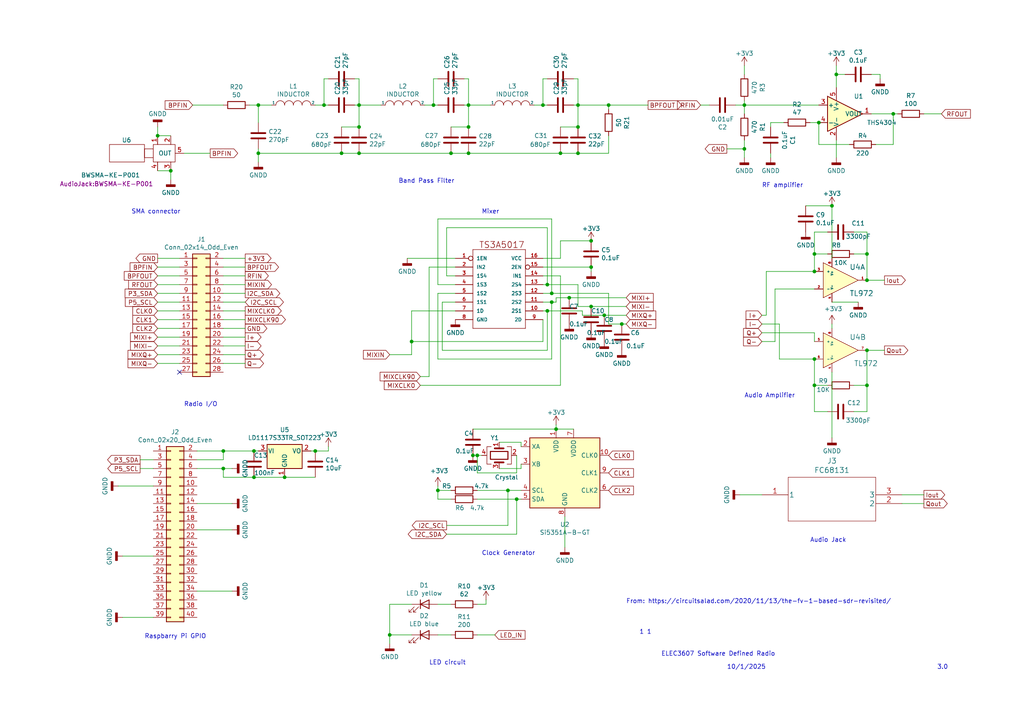
<source format=kicad_sch>
(kicad_sch (version 20211123) (generator eeschema)
  (paper "A4")
  (lib_symbols
    (symbol "Connector_Generic:Conn_02x14_Odd_Even" (pin_names (offset 1.016) hide)
      (property "Reference" "J" (at 1.27 17.78 0))
      (property "Value" "Conn_02x14_Odd_Even" (at 1.27 -20.32 0))
      (symbol "Conn_02x14_Odd_Even_1_1"
        (pin passive line (at -5.08 15.24 0) (length 3.81) (name "Pin_1") (number "1"))
        (pin passive line (at 7.62 5.08 180) (length 3.81) (name "Pin_10") (number "10"))
        (pin passive line (at -5.08 2.54 0) (length 3.81) (name "Pin_11") (number "11"))
        (pin passive line (at 7.62 2.54 180) (length 3.81) (name "Pin_12") (number "12"))
        (pin passive line (at -5.08 0 0) (length 3.81) (name "Pin_13") (number "13"))
        (pin passive line (at 7.62 0 180) (length 3.81) (name "Pin_14") (number "14"))
        (pin passive line (at -5.08 -2.54 0) (length 3.81) (name "Pin_15") (number "15"))
        (pin passive line (at 7.62 -2.54 180) (length 3.81) (name "Pin_16") (number "16"))
        (pin passive line (at -5.08 -5.08 0) (length 3.81) (name "Pin_17") (number "17"))
        (pin passive line (at 7.62 -5.08 180) (length 3.81) (name "Pin_18") (number "18"))
        (pin passive line (at -5.08 -7.62 0) (length 3.81) (name "Pin_19") (number "19"))
        (pin passive line (at 7.62 15.24 180) (length 3.81) (name "Pin_2") (number "2"))
        (pin passive line (at 7.62 -7.62 180) (length 3.81) (name "Pin_20") (number "20"))
        (pin passive line (at -5.08 -10.16 0) (length 3.81) (name "Pin_21") (number "21"))
        (pin passive line (at 7.62 -10.16 180) (length 3.81) (name "Pin_22") (number "22"))
        (pin passive line (at -5.08 -12.7 0) (length 3.81) (name "Pin_23") (number "23"))
        (pin passive line (at 7.62 -12.7 180) (length 3.81) (name "Pin_24") (number "24"))
        (pin passive line (at -5.08 -15.24 0) (length 3.81) (name "Pin_25") (number "25"))
        (pin passive line (at 7.62 -15.24 180) (length 3.81) (name "Pin_26") (number "26"))
        (pin passive line (at -5.08 -17.78 0) (length 3.81) (name "Pin_27") (number "27"))
        (pin passive line (at 7.62 -17.78 180) (length 3.81) (name "Pin_28") (number "28"))
        (pin passive line (at -5.08 12.7 0) (length 3.81) (name "Pin_3") (number "3"))
        (pin passive line (at 7.62 12.7 180) (length 3.81) (name "Pin_4") (number "4"))
        (pin passive line (at -5.08 10.16 0) (length 3.81) (name "Pin_5") (number "5"))
        (pin passive line (at 7.62 10.16 180) (length 3.81) (name "Pin_6") (number "6"))
        (pin passive line (at -5.08 7.62 0) (length 3.81) (name "Pin_7") (number "7"))
        (pin passive line (at 7.62 7.62 180) (length 3.81) (name "Pin_8") (number "8"))
        (pin passive line (at -5.08 5.08 0) (length 3.81) (name "Pin_9") (number "9"))
      )
    )
    (symbol "Connector_Generic:Conn_02x20_Odd_Even" (pin_names (offset 1.016) hide)
      (property "Reference" "J" (at 1.27 25.4 0))
      (property "Value" "Conn_02x20_Odd_Even" (at 1.27 -27.94 0))
      (symbol "Conn_02x20_Odd_Even_1_1"
        (pin passive line (at -5.08 22.86 0) (length 3.81) (name "Pin_1") (number "1"))
        (pin passive line (at 7.62 12.7 180) (length 3.81) (name "Pin_10") (number "10"))
        (pin passive line (at -5.08 10.16 0) (length 3.81) (name "Pin_11") (number "11"))
        (pin passive line (at 7.62 10.16 180) (length 3.81) (name "Pin_12") (number "12"))
        (pin passive line (at -5.08 7.62 0) (length 3.81) (name "Pin_13") (number "13"))
        (pin passive line (at 7.62 7.62 180) (length 3.81) (name "Pin_14") (number "14"))
        (pin passive line (at -5.08 5.08 0) (length 3.81) (name "Pin_15") (number "15"))
        (pin passive line (at 7.62 5.08 180) (length 3.81) (name "Pin_16") (number "16"))
        (pin passive line (at -5.08 2.54 0) (length 3.81) (name "Pin_17") (number "17"))
        (pin passive line (at 7.62 2.54 180) (length 3.81) (name "Pin_18") (number "18"))
        (pin passive line (at -5.08 0 0) (length 3.81) (name "Pin_19") (number "19"))
        (pin passive line (at 7.62 22.86 180) (length 3.81) (name "Pin_2") (number "2"))
        (pin passive line (at 7.62 0 180) (length 3.81) (name "Pin_20") (number "20"))
        (pin passive line (at -5.08 -2.54 0) (length 3.81) (name "Pin_21") (number "21"))
        (pin passive line (at 7.62 -2.54 180) (length 3.81) (name "Pin_22") (number "22"))
        (pin passive line (at -5.08 -5.08 0) (length 3.81) (name "Pin_23") (number "23"))
        (pin passive line (at 7.62 -5.08 180) (length 3.81) (name "Pin_24") (number "24"))
        (pin passive line (at -5.08 -7.62 0) (length 3.81) (name "Pin_25") (number "25"))
        (pin passive line (at 7.62 -7.62 180) (length 3.81) (name "Pin_26") (number "26"))
        (pin passive line (at -5.08 -10.16 0) (length 3.81) (name "Pin_27") (number "27"))
        (pin passive line (at 7.62 -10.16 180) (length 3.81) (name "Pin_28") (number "28"))
        (pin passive line (at -5.08 -12.7 0) (length 3.81) (name "Pin_29") (number "29"))
        (pin passive line (at -5.08 20.32 0) (length 3.81) (name "Pin_3") (number "3"))
        (pin passive line (at 7.62 -12.7 180) (length 3.81) (name "Pin_30") (number "30"))
        (pin passive line (at -5.08 -15.24 0) (length 3.81) (name "Pin_31") (number "31"))
        (pin passive line (at 7.62 -15.24 180) (length 3.81) (name "Pin_32") (number "32"))
        (pin passive line (at -5.08 -17.78 0) (length 3.81) (name "Pin_33") (number "33"))
        (pin passive line (at 7.62 -17.78 180) (length 3.81) (name "Pin_34") (number "34"))
        (pin passive line (at -5.08 -20.32 0) (length 3.81) (name "Pin_35") (number "35"))
        (pin passive line (at 7.62 -20.32 180) (length 3.81) (name "Pin_36") (number "36"))
        (pin passive line (at -5.08 -22.86 0) (length 3.81) (name "Pin_37") (number "37"))
        (pin passive line (at 7.62 -22.86 180) (length 3.81) (name "Pin_38") (number "38"))
        (pin passive line (at -5.08 -25.4 0) (length 3.81) (name "Pin_39") (number "39"))
        (pin passive line (at 7.62 20.32 180) (length 3.81) (name "Pin_4") (number "4"))
        (pin passive line (at 7.62 -25.4 180) (length 3.81) (name "Pin_40") (number "40"))
        (pin passive line (at -5.08 17.78 0) (length 3.81) (name "Pin_5") (number "5"))
        (pin passive line (at 7.62 17.78 180) (length 3.81) (name "Pin_6") (number "6"))
        (pin passive line (at -5.08 15.24 0) (length 3.81) (name "Pin_7") (number "7"))
        (pin passive line (at 7.62 15.24 180) (length 3.81) (name "Pin_8") (number "8"))
        (pin passive line (at -5.08 12.7 0) (length 3.81) (name "Pin_9") (number "9"))
      )
    )
    (symbol "Device:C" (pin_numbers hide) (pin_names (offset 0.254))
      (property "Reference" "C" (at 0.635 2.54 0))
      (property "Value" "C" (at 0.635 -2.54 0))
      (symbol "C_1_1"
        (pin passive line (at 0 3.81 270) (length 2.794) (name "~") (number "1"))
        (pin passive line (at 0 -3.81 90) (length 2.794) (name "~") (number "2"))
      )
    )
    (symbol "Device:Crystal_GND24" (pin_names (offset 1.016) hide)
      (property "Reference" "Y" (at 3.175 5.08 0))
      (property "Value" "Crystal_GND24" (at 3.175 3.175 0))
      (symbol "Crystal_GND24_1_1"
        (pin passive line (at -3.81 0 0) (length 1.27) (name "1") (number "1"))
        (pin passive line (at 0 5.08 270) (length 1.27) (name "2") (number "2"))
        (pin passive line (at 3.81 0 180) (length 1.27) (name "3") (number "3"))
        (pin passive line (at 0 -5.08 90) (length 1.27) (name "4") (number "4"))
      )
    )
    (symbol "Device:LED" (pin_numbers hide) (pin_names (offset 1.016) hide)
      (property "Reference" "D" (at 0 2.54 0))
      (property "Value" "LED" (at 0 -2.54 0))
      (symbol "LED_1_1"
        (pin passive line (at -3.81 0 0) (length 2.54) (name "K") (number "1"))
        (pin passive line (at 3.81 0 180) (length 2.54) (name "A") (number "2"))
      )
    )
    (symbol "Device:R" (pin_numbers hide) (pin_names (offset 0))
      (property "Reference" "R" (at 2.032 0 90))
      (property "Value" "R" (at 0 0 90))
      (symbol "R_1_1"
        (pin passive line (at 0 3.81 270) (length 1.27) (name "~") (number "1"))
        (pin passive line (at 0 -3.81 90) (length 1.27) (name "~") (number "2"))
      )
    )
    (symbol "Oscillator:Si5351A-B-GT"
      (property "Reference" "U" (at -8.89 11.43 0))
      (property "Value" "Si5351A-B-GT" (at -12.7 -12.7 0))
      (symbol "Si5351A-B-GT_1_1"
        (pin power_in line (at -2.54 12.7 270) (length 2.54) (name "VDD") (number "1"))
        (pin output line (at 12.7 5.08 180) (length 2.54) (name "CLK0") (number "10"))
        (pin input line (at -12.7 7.62 0) (length 2.54) (name "XA") (number "2"))
        (pin input line (at -12.7 2.54 0) (length 2.54) (name "XB") (number "3"))
        (pin input line (at -12.7 -5.08 0) (length 2.54) (name "SCL") (number "4"))
        (pin bidirectional line (at -12.7 -7.62 0) (length 2.54) (name "SDA") (number "5"))
        (pin output line (at 12.7 -5.08 180) (length 2.54) (name "CLK2") (number "6"))
        (pin power_in line (at 2.54 12.7 270) (length 2.54) (name "VDDO") (number "7"))
        (pin power_in line (at 0 -12.7 90) (length 2.54) (name "GND") (number "8"))
        (pin output line (at 12.7 0 180) (length 2.54) (name "CLK1") (number "9"))
      )
    )
    (symbol "Regulator_Linear:LD1117S33TR_SOT223" (pin_names (offset 0.254))
      (property "Reference" "U" (at -3.81 3.175 0))
      (property "Value" "LD1117S33TR_SOT223" (at 0 3.175 0))
      (symbol "LD1117S33TR_SOT223_1_1"
        (pin power_in line (at 0 -7.62 90) (length 2.54) (name "GND") (number "1"))
        (pin power_out line (at 7.62 0 180) (length 2.54) (name "VO") (number "2"))
        (pin power_in line (at -7.62 0 0) (length 2.54) (name "VI") (number "3"))
      )
    )
    (symbol "bbb-rescue:+3.3V-power" (power) (pin_names (offset 0))
      (property "Value" "+3.3V-power" (at 0 3.556 0))
      (symbol "+3.3V-power_1_1"
        (pin power_in line (at 0 0 90) (length 0) hide (name "+3V3") (number "1"))
      )
    )
    (symbol "bbb-rescue:BWSMA-KE-P001-2022-01-19_10-50-11" (pin_names (offset 1.016))
      (property "Reference" "U" (at 0 0 0))
      (property "Value" "BWSMA-KE-P001-2022-01-19_10-50-11" (at -3.81 2.54 0))
      (symbol "BWSMA-KE-P001-2022-01-19_10-50-11_1_1"
        (pin input line (at 1.27 5.08 270) (length 2.54) (name "~") (number "1"))
        (pin input line (at 5.08 5.08 270) (length 2.54) (name "~") (number "2"))
        (pin input line (at 5.08 -5.08 90) (length 2.54) (name "~") (number "3"))
        (pin input line (at 1.27 -5.08 90) (length 2.54) (name "~") (number "4"))
        (pin output line (at 8.89 0 180) (length 2.54) (name "OUT") (number "5"))
      )
    )
    (symbol "bbb-rescue:FC68131-2022-01-19_10-50-11" (pin_names (offset 0.254))
      (property "Reference" "J" (at 20.32 10.16 0))
      (property "Value" "FC68131-2022-01-19_10-50-11" (at 20.32 7.62 0))
      (symbol "FC68131-2022-01-19_10-50-11_1_1"
        (pin unspecified line (at 0 0 0) (length 7.62) (name "1") (number "1"))
        (pin unspecified line (at 40.64 -2.54 180) (length 7.62) (name "2") (number "2"))
        (pin unspecified line (at 40.64 0 180) (length 7.62) (name "3") (number "3"))
      )
    )
    (symbol "bbb-rescue:THS4304-phwllib" (pin_names (offset 0.127))
      (property "Reference" "U" (at 0 6.35 0))
      (property "Value" "THS4304-phwllib" (at 0 3.81 0))
      (symbol "THS4304-phwllib_1_1"
        (pin output line (at 7.62 0 180) (length 2.54) (name "VOUT") (number "1"))
        (pin power_in line (at -2.54 -7.62 90) (length 3.81) (name "V-") (number "2"))
        (pin input line (at -7.62 2.54 0) (length 2.54) (name "+") (number "3"))
        (pin input line (at -7.62 -2.54 0) (length 2.54) (name "-") (number "4"))
        (pin power_in line (at -2.54 7.62 270) (length 3.81) (name "V+") (number "5"))
      )
    )
    (symbol "bbb-rescue:TL972-tl97x-elec3607sdr-rescue" (pin_names (offset 1.016))
      (property "Reference" "U" (at 6.35 2.54 0))
      (property "Value" "TL972-tl97x-elec3607sdr-rescue" (at 6.35 5.08 0))
      (symbol "TL972-tl97x-elec3607sdr-rescue_0_1"
        (pin power_in line (at 0 -6.35 90) (length 2.54) (name "V-") (number "4"))
        (pin power_in line (at 0 6.35 270) (length 2.54) (name "V+") (number "8"))
      )
      (symbol "TL972-tl97x-elec3607sdr-rescue_1_1"
        (pin output line (at 10.16 0 180) (length 2.54) (name "~") (number "1"))
        (pin input line (at -5.08 -2.54 0) (length 2.54) (name "-") (number "2"))
        (pin input line (at -5.08 2.54 0) (length 2.54) (name "+") (number "3"))
      )
      (symbol "TL972-tl97x-elec3607sdr-rescue_2_1"
        (pin input line (at -5.08 2.54 0) (length 2.54) (name "+") (number "5"))
        (pin input line (at -5.08 -2.54 0) (length 2.54) (name "-") (number "6"))
        (pin output line (at 10.16 0 180) (length 2.54) (name "~") (number "7"))
      )
    )
    (symbol "bbb-rescue:TS3A5017-phwllib" (pin_names (offset 1.016))
      (symbol "TS3A5017-phwllib_1_0"
        (text "TS3A5017" (at 0.762 11.557 0) (effects (font (size 1.778 1.778))))
      )
      (symbol "TS3A5017-phwllib_1_1"
        (pin input inverted (at -12.7 7.62 0) (length 5.08) (name "1EN") (number "1"))
        (pin bidirectional line (at 12.7 -7.62 180) (length 5.08) (name "2S1") (number "10"))
        (pin bidirectional line (at 12.7 -5.08 180) (length 5.08) (name "2S2") (number "11"))
        (pin bidirectional line (at 12.7 -2.54 180) (length 5.08) (name "2S3") (number "12"))
        (pin bidirectional line (at 12.7 0 180) (length 5.08) (name "2S4") (number "13"))
        (pin input line (at 12.7 2.54 180) (length 5.08) (name "IN1") (number "14"))
        (pin input inverted (at 12.7 5.08 180) (length 5.08) (name "2EN") (number "15"))
        (pin power_in line (at 12.7 7.62 180) (length 5.08) (name "VCC") (number "16"))
        (pin input line (at -12.7 5.08 0) (length 5.08) (name "IN2") (number "2"))
        (pin bidirectional line (at -12.7 2.54 0) (length 5.08) (name "1S4") (number "3"))
        (pin bidirectional line (at -12.7 0 0) (length 5.08) (name "1S3") (number "4"))
        (pin bidirectional line (at -12.7 -2.54 0) (length 5.08) (name "1S2") (number "5"))
        (pin bidirectional line (at -12.7 -5.08 0) (length 5.08) (name "1S1") (number "6"))
        (pin bidirectional line (at -12.7 -7.62 0) (length 5.08) (name "1D") (number "7"))
        (pin power_in line (at -12.7 -10.16 0) (length 5.08) (name "GND") (number "8"))
        (pin bidirectional line (at 12.7 -10.16 180) (length 5.08) (name "2D") (number "9"))
      )
    )
    (symbol "power:GNDD" (power) (pin_names (offset 0))
      (property "Value" "GNDD" (at 0 -3.175 0))
      (symbol "GNDD_1_1"
        (pin power_in line (at 0 0 270) (length 0) hide (name "GNDD") (number "1"))
      )
    )
    (symbol "pspice:INDUCTOR" (pin_numbers hide) (pin_names (offset 0))
      (property "Reference" "L" (at 0 2.54 0))
      (property "Value" "INDUCTOR" (at 0 -1.27 0))
      (symbol "INDUCTOR_1_1"
        (pin input line (at -6.35 0 0) (length 1.27) (name "1") (number "1"))
        (pin input line (at 6.35 0 180) (length 1.27) (name "2") (number "2"))
      )
    )
  )
  (junction (at 162.56 44.45))
  (junction (at 236.22 78.74))
  (junction (at 167.64 30.48))
  (junction (at 113.03 184.15))
  (junction (at 147.32 142.24))
  (junction (at 119.38 99.06))
  (junction (at 236.22 104.14))
  (junction (at 161.29 124.46))
  (junction (at 251.46 81.28))
  (junction (at 242.57 21.59))
  (junction (at 236.22 73.66))
  (junction (at 171.45 77.47))
  (junction (at 130.81 44.45))
  (junction (at 158.75 90.17))
  (junction (at 138.43 132.08))
  (junction (at 45.72 39.37))
  (junction (at 160.02 85.09))
  (junction (at 176.53 30.48))
  (junction (at 135.89 44.45))
  (junction (at 49.53 49.53))
  (junction (at 135.89 36.83))
  (junction (at 251.46 101.6))
  (junction (at 251.46 73.66))
  (junction (at 74.93 30.48))
  (junction (at 149.86 144.78))
  (junction (at 127 142.24))
  (junction (at 73.66 138.43))
  (junction (at 104.14 44.45))
  (junction (at 241.3 59.69))
  (junction (at 167.64 36.83))
  (junction (at 237.49 35.56))
  (junction (at 167.64 44.45))
  (junction (at 171.45 88.9))
  (junction (at 171.45 69.85))
  (junction (at 74.93 44.45))
  (junction (at 104.14 36.83))
  (junction (at 73.66 130.81))
  (junction (at 215.9 43.18))
  (junction (at 215.9 30.48))
  (junction (at 91.44 130.81))
  (junction (at 104.14 30.48))
  (junction (at 137.16 132.08))
  (junction (at 125.73 30.48))
  (junction (at 158.75 82.55))
  (junction (at 175.26 91.44))
  (junction (at 157.48 30.48))
  (junction (at 251.46 111.76))
  (junction (at 93.98 30.48))
  (junction (at 135.89 30.48))
  (junction (at 236.22 111.76))
  (junction (at 82.55 138.43))
  (junction (at 160.02 87.63))
  (junction (at 64.77 130.81))
  (junction (at 165.1 86.36))
  (junction (at 259.08 33.02))
  (junction (at 180.34 93.98))
  (junction (at 99.06 44.45))
  (junction (at 64.77 135.89))
  (no_connect (at 52.07 107.95))
  (wire (pts (xy 168.91 91.44) (xy 175.26 91.44)))
  (wire (pts (xy 147.32 142.24) (xy 147.32 152.4)))
  (wire (pts (xy 139.7 132.08) (xy 138.43 132.08)))
  (wire (pts (xy 158.75 82.55) (xy 167.64 82.55)))
  (wire (pts (xy 127 22.86) (xy 125.73 22.86)))
  (wire (pts (xy 215.9 33.02) (xy 215.9 30.48)))
  (wire (pts (xy 35.56 179.07) (xy 44.45 179.07)))
  (wire (pts (xy 64.77 100.33) (xy 71.12 100.33)))
  (wire (pts (xy 222.25 91.44) (xy 220.98 91.44)))
  (wire (pts (xy 149.86 137.16) (xy 138.43 137.16)))
  (wire (pts (xy 127 140.97) (xy 127 142.24)))
  (wire (pts (xy 64.77 80.01) (xy 71.12 80.01)))
  (wire (pts (xy 91.44 138.43) (xy 82.55 138.43)))
  (wire (pts (xy 127 85.09) (xy 127 104.14)))
  (wire (pts (xy 125.73 22.86) (xy 125.73 30.48)))
  (wire (pts (xy 64.77 97.79) (xy 71.12 97.79)))
  (wire (pts (xy 176.53 44.45) (xy 167.64 44.45)))
  (wire (pts (xy 102.87 22.86) (xy 104.14 22.86)))
  (wire (pts (xy 255.27 21.59) (xy 255.27 22.86)))
  (wire (pts (xy 95.25 30.48) (xy 93.98 30.48)))
  (wire (pts (xy 151.13 135.89) (xy 144.78 135.89)))
  (wire (pts (xy 149.86 144.78) (xy 151.13 144.78)))
  (wire (pts (xy 104.14 44.45) (xy 130.81 44.45)))
  (wire (pts (xy 160.02 85.09) (xy 176.53 85.09)))
  (wire (pts (xy 104.14 30.48) (xy 104.14 36.83)))
  (wire (pts (xy 67.31 153.67) (xy 57.15 153.67)))
  (wire (pts (xy 124.46 77.47) (xy 132.08 77.47)))
  (wire (pts (xy 45.72 36.83) (xy 45.72 39.37)))
  (wire (pts (xy 251.46 81.28) (xy 256.54 81.28)))
  (wire (pts (xy 64.77 30.48) (xy 55.88 30.48)))
  (wire (pts (xy 158.75 101.6) (xy 158.75 90.17)))
  (wire (pts (xy 135.89 22.86) (xy 135.89 30.48)))
  (wire (pts (xy 64.77 130.81) (xy 73.66 130.81)))
  (wire (pts (xy 205.74 30.48) (xy 203.2 30.48)))
  (wire (pts (xy 135.89 30.48) (xy 134.62 30.48)))
  (wire (pts (xy 99.06 44.45) (xy 74.93 44.45)))
  (wire (pts (xy 95.25 129.54) (xy 95.25 130.81)))
  (wire (pts (xy 93.98 30.48) (xy 91.44 30.48)))
  (wire (pts (xy 104.14 22.86) (xy 104.14 30.48)))
  (wire (pts (xy 124.46 77.47) (xy 124.46 109.22)))
  (wire (pts (xy 187.96 30.48) (xy 176.53 30.48)))
  (wire (pts (xy 128.27 87.63) (xy 128.27 101.6)))
  (wire (pts (xy 242.57 19.05) (xy 242.57 21.59)))
  (wire (pts (xy 44.45 133.35) (xy 40.64 133.35)))
  (wire (pts (xy 138.43 175.26) (xy 140.97 175.26)))
  (wire (pts (xy 138.43 144.78) (xy 149.86 144.78)))
  (wire (pts (xy 259.08 41.91) (xy 259.08 33.02)))
  (wire (pts (xy 242.57 21.59) (xy 242.57 25.4)))
  (wire (pts (xy 162.56 69.85) (xy 171.45 69.85)))
  (wire (pts (xy 157.48 99.06) (xy 157.48 92.71)))
  (wire (pts (xy 64.77 135.89) (xy 67.31 135.89)))
  (wire (pts (xy 236.22 111.76) (xy 236.22 119.38)))
  (wire (pts (xy 64.77 77.47) (xy 71.12 77.47)))
  (wire (pts (xy 251.46 119.38) (xy 247.65 119.38)))
  (wire (pts (xy 160.02 63.5) (xy 160.02 85.09)))
  (wire (pts (xy 132.08 90.17) (xy 119.38 90.17)))
  (wire (pts (xy 176.53 85.09) (xy 176.53 93.98)))
  (wire (pts (xy 160.02 104.14) (xy 160.02 87.63)))
  (wire (pts (xy 57.15 135.89) (xy 64.77 135.89)))
  (wire (pts (xy 161.29 86.36) (xy 165.1 86.36)))
  (wire (pts (xy 119.38 184.15) (xy 113.03 184.15)))
  (wire (pts (xy 158.75 90.17) (xy 168.91 90.17)))
  (wire (pts (xy 162.56 69.85) (xy 162.56 74.93)))
  (wire (pts (xy 157.48 80.01) (xy 162.56 80.01)))
  (wire (pts (xy 162.56 44.45) (xy 135.89 44.45)))
  (wire (pts (xy 168.91 90.17) (xy 168.91 91.44)))
  (wire (pts (xy 247.65 67.31) (xy 251.46 67.31)))
  (wire (pts (xy 175.26 91.44) (xy 181.61 91.44)))
  (wire (pts (xy 132.08 80.01) (xy 129.54 80.01)))
  (wire (pts (xy 138.43 137.16) (xy 138.43 132.08)))
  (wire (pts (xy 251.46 101.6) (xy 251.46 111.76)))
  (wire (pts (xy 157.48 22.86) (xy 157.48 30.48)))
  (wire (pts (xy 121.92 111.76) (xy 162.56 111.76)))
  (wire (pts (xy 165.1 86.36) (xy 181.61 86.36)))
  (wire (pts (xy 167.64 88.9) (xy 171.45 88.9)))
  (wire (pts (xy 161.29 123.19) (xy 161.29 124.46)))
  (wire (pts (xy 215.9 30.48) (xy 237.49 30.48)))
  (wire (pts (xy 171.45 78.74) (xy 171.45 77.47)))
  (wire (pts (xy 251.46 111.76) (xy 251.46 119.38)))
  (wire (pts (xy 64.77 133.35) (xy 64.77 130.81)))
  (wire (pts (xy 71.12 74.93) (xy 64.77 74.93)))
  (wire (pts (xy 220.98 96.52) (xy 236.22 96.52)))
  (wire (pts (xy 261.62 146.05) (xy 267.97 146.05)))
  (wire (pts (xy 166.37 22.86) (xy 167.64 22.86)))
  (wire (pts (xy 135.89 44.45) (xy 130.81 44.45)))
  (wire (pts (xy 127 142.24) (xy 127 144.78)))
  (wire (pts (xy 215.9 21.59) (xy 215.9 19.05)))
  (wire (pts (xy 215.9 40.64) (xy 215.9 43.18)))
  (wire (pts (xy 157.48 77.47) (xy 171.45 77.47)))
  (wire (pts (xy 227.33 35.56) (xy 223.52 35.56)))
  (wire (pts (xy 240.03 111.76) (xy 236.22 111.76)))
  (wire (pts (xy 247.65 73.66) (xy 251.46 73.66)))
  (wire (pts (xy 181.61 93.98) (xy 180.34 93.98)))
  (wire (pts (xy 91.44 130.81) (xy 95.25 130.81)))
  (wire (pts (xy 226.06 104.14) (xy 236.22 104.14)))
  (wire (pts (xy 224.79 83.82) (xy 236.22 83.82)))
  (wire (pts (xy 226.06 93.98) (xy 226.06 104.14)))
  (wire (pts (xy 142.24 30.48) (xy 135.89 30.48)))
  (wire (pts (xy 167.64 30.48) (xy 167.64 36.83)))
  (wire (pts (xy 160.02 87.63) (xy 157.48 87.63)))
  (wire (pts (xy 130.81 184.15) (xy 127 184.15)))
  (wire (pts (xy 167.64 82.55) (xy 167.64 88.9)))
  (wire (pts (xy 224.79 99.06) (xy 220.98 99.06)))
  (wire (pts (xy 236.22 104.14) (xy 236.22 111.76)))
  (wire (pts (xy 166.37 124.46) (xy 161.29 124.46)))
  (wire (pts (xy 147.32 142.24) (xy 151.13 142.24)))
  (wire (pts (xy 129.54 154.94) (xy 149.86 154.94)))
  (wire (pts (xy 224.79 83.82) (xy 224.79 99.06)))
  (wire (pts (xy 64.77 95.25) (xy 71.12 95.25)))
  (wire (pts (xy 64.77 87.63) (xy 71.12 87.63)))
  (wire (pts (xy 71.12 82.55) (xy 64.77 82.55)))
  (wire (pts (xy 35.56 161.29) (xy 44.45 161.29)))
  (wire (pts (xy 176.53 93.98) (xy 180.34 93.98)))
  (wire (pts (xy 162.56 36.83) (xy 167.64 36.83)))
  (wire (pts (xy 45.72 105.41) (xy 52.07 105.41)))
  (wire (pts (xy 162.56 74.93) (xy 157.48 74.93)))
  (wire (pts (xy 254 41.91) (xy 259.08 41.91)))
  (wire (pts (xy 74.93 35.56) (xy 74.93 30.48)))
  (wire (pts (xy 119.38 99.06) (xy 157.48 99.06)))
  (wire (pts (xy 74.93 44.45) (xy 74.93 43.18)))
  (wire (pts (xy 45.72 97.79) (xy 52.07 97.79)))
  (wire (pts (xy 247.65 111.76) (xy 251.46 111.76)))
  (wire (pts (xy 127 104.14) (xy 160.02 104.14)))
  (wire (pts (xy 252.73 33.02) (xy 259.08 33.02)))
  (wire (pts (xy 127 82.55) (xy 127 63.5)))
  (wire (pts (xy 57.15 130.81) (xy 64.77 130.81)))
  (wire (pts (xy 99.06 36.83) (xy 104.14 36.83)))
  (wire (pts (xy 236.22 67.31) (xy 236.22 73.66)))
  (wire (pts (xy 127 63.5) (xy 160.02 63.5)))
  (wire (pts (xy 241.3 59.69) (xy 241.3 74.93)))
  (wire (pts (xy 34.29 140.97) (xy 44.45 140.97)))
  (wire (pts (xy 110.49 30.48) (xy 104.14 30.48)))
  (wire (pts (xy 127 30.48) (xy 125.73 30.48)))
  (wire (pts (xy 135.89 30.48) (xy 135.89 36.83)))
  (wire (pts (xy 171.45 88.9) (xy 181.61 88.9)))
  (wire (pts (xy 151.13 134.62) (xy 151.13 135.89)))
  (wire (pts (xy 130.81 144.78) (xy 127 144.78)))
  (wire (pts (xy 236.22 73.66) (xy 240.03 73.66)))
  (wire (pts (xy 158.75 66.04) (xy 158.75 82.55)))
  (wire (pts (xy 125.73 30.48) (xy 123.19 30.48)))
  (wire (pts (xy 167.64 30.48) (xy 176.53 30.48)))
  (wire (pts (xy 162.56 80.01) (xy 162.56 111.76)))
  (wire (pts (xy 119.38 90.17) (xy 119.38 99.06)))
  (wire (pts (xy 93.98 22.86) (xy 93.98 30.48)))
  (wire (pts (xy 113.03 184.15) (xy 113.03 186.69)))
  (wire (pts (xy 220.98 93.98) (xy 226.06 93.98)))
  (wire (pts (xy 259.08 33.02) (xy 260.35 33.02)))
  (wire (pts (xy 245.11 21.59) (xy 242.57 21.59)))
  (wire (pts (xy 52.07 77.47) (xy 45.72 77.47)))
  (wire (pts (xy 138.43 132.08) (xy 137.16 132.08)))
  (wire (pts (xy 134.62 22.86) (xy 135.89 22.86)))
  (wire (pts (xy 57.15 146.05) (xy 67.31 146.05)))
  (wire (pts (xy 163.83 149.86) (xy 163.83 158.75)))
  (wire (pts (xy 53.34 44.45) (xy 60.96 44.45)))
  (wire (pts (xy 119.38 175.26) (xy 113.03 175.26)))
  (wire (pts (xy 157.48 82.55) (xy 158.75 82.55)))
  (wire (pts (xy 121.92 109.22) (xy 124.46 109.22)))
  (wire (pts (xy 104.14 44.45) (xy 99.06 44.45)))
  (wire (pts (xy 127 175.26) (xy 130.81 175.26)))
  (wire (pts (xy 73.66 130.81) (xy 74.93 130.81)))
  (wire (pts (xy 267.97 33.02) (xy 273.05 33.02)))
  (wire (pts (xy 251.46 67.31) (xy 251.46 73.66)))
  (wire (pts (xy 64.77 105.41) (xy 71.12 105.41)))
  (wire (pts (xy 64.77 138.43) (xy 64.77 135.89)))
  (wire (pts (xy 129.54 80.01) (xy 129.54 66.04)))
  (wire (pts (xy 158.75 30.48) (xy 157.48 30.48)))
  (wire (pts (xy 241.3 93.98) (xy 241.3 95.25)))
  (wire (pts (xy 128.27 101.6) (xy 158.75 101.6)))
  (wire (pts (xy 130.81 142.24) (xy 127 142.24)))
  (wire (pts (xy 129.54 66.04) (xy 158.75 66.04)))
  (wire (pts (xy 167.64 22.86) (xy 167.64 30.48)))
  (wire (pts (xy 215.9 43.18) (xy 215.9 45.72)))
  (wire (pts (xy 261.62 143.51) (xy 267.97 143.51)))
  (wire (pts (xy 45.72 87.63) (xy 52.07 87.63)))
  (wire (pts (xy 210.82 43.18) (xy 215.9 43.18)))
  (wire (pts (xy 132.08 87.63) (xy 128.27 87.63)))
  (wire (pts (xy 214.63 143.51) (xy 220.98 143.51)))
  (wire (pts (xy 45.72 95.25) (xy 52.07 95.25)))
  (wire (pts (xy 144.78 128.27) (xy 151.13 128.27)))
  (wire (pts (xy 167.64 44.45) (xy 162.56 44.45)))
  (wire (pts (xy 236.22 96.52) (xy 236.22 99.06)))
  (wire (pts (xy 215.9 30.48) (xy 215.9 29.21)))
  (wire (pts (xy 40.64 135.89) (xy 44.45 135.89)))
  (wire (pts (xy 113.03 102.87) (xy 119.38 102.87)))
  (wire (pts (xy 138.43 184.15) (xy 143.51 184.15)))
  (wire (pts (xy 64.77 92.71) (xy 71.12 92.71)))
  (wire (pts (xy 64.77 85.09) (xy 71.12 85.09)))
  (wire (pts (xy 73.66 138.43) (xy 64.77 138.43)))
  (wire (pts (xy 167.64 30.48) (xy 166.37 30.48)))
  (wire (pts (xy 151.13 128.27) (xy 151.13 129.54)))
  (wire (pts (xy 132.08 85.09) (xy 127 85.09)))
  (wire (pts (xy 237.49 35.56) (xy 234.95 35.56)))
  (wire (pts (xy 176.53 30.48) (xy 176.53 31.75)))
  (wire (pts (xy 45.72 39.37) (xy 49.53 39.37)))
  (wire (pts (xy 113.03 175.26) (xy 113.03 184.15)))
  (wire (pts (xy 158.75 22.86) (xy 157.48 22.86)))
  (wire (pts (xy 129.54 152.4) (xy 147.32 152.4)))
  (wire (pts (xy 90.17 130.81) (xy 91.44 130.81)))
  (wire (pts (xy 251.46 101.6) (xy 256.54 101.6)))
  (wire (pts (xy 222.25 78.74) (xy 222.25 91.44)))
  (wire (pts (xy 242.57 45.72) (xy 242.57 40.64)))
  (wire (pts (xy 45.72 85.09) (xy 52.07 85.09)))
  (wire (pts (xy 95.25 22.86) (xy 93.98 22.86)))
  (wire (pts (xy 45.72 80.01) (xy 52.07 80.01)))
  (wire (pts (xy 246.38 41.91) (xy 237.49 41.91)))
  (wire (pts (xy 140.97 175.26) (xy 140.97 173.99)))
  (wire (pts (xy 49.53 52.07) (xy 49.53 49.53)))
  (wire (pts (xy 130.81 36.83) (xy 135.89 36.83)))
  (wire (pts (xy 138.43 142.24) (xy 147.32 142.24)))
  (wire (pts (xy 45.72 100.33) (xy 52.07 100.33)))
  (wire (pts (xy 213.36 30.48) (xy 215.9 30.48)))
  (wire (pts (xy 45.72 49.53) (xy 49.53 49.53)))
  (wire (pts (xy 149.86 154.94) (xy 149.86 144.78)))
  (wire (pts (xy 45.72 90.17) (xy 52.07 90.17)))
  (wire (pts (xy 237.49 41.91) (xy 237.49 35.56)))
  (wire (pts (xy 45.72 92.71) (xy 52.07 92.71)))
  (wire (pts (xy 241.3 59.69) (xy 233.68 59.69)))
  (wire (pts (xy 248.92 87.63) (xy 241.3 87.63)))
  (wire (pts (xy 241.3 107.95) (xy 241.3 127)))
  (wire (pts (xy 223.52 45.72) (xy 223.52 44.45)))
  (wire (pts (xy 67.31 171.45) (xy 57.15 171.45)))
  (wire (pts (xy 149.86 132.08) (xy 149.86 137.16)))
  (wire (pts (xy 64.77 102.87) (xy 71.12 102.87)))
  (wire (pts (xy 223.52 35.56) (xy 223.52 36.83)))
  (wire (pts (xy 57.15 133.35) (xy 64.77 133.35)))
  (wire (pts (xy 64.77 90.17) (xy 71.12 90.17)))
  (wire (pts (xy 161.29 87.63) (xy 160.02 87.63)))
  (wire (pts (xy 157.48 30.48) (xy 154.94 30.48)))
  (wire (pts (xy 251.46 73.66) (xy 251.46 81.28)))
  (wire (pts (xy 119.38 102.87) (xy 119.38 99.06)))
  (wire (pts (xy 176.53 39.37) (xy 176.53 44.45)))
  (wire (pts (xy 252.73 21.59) (xy 255.27 21.59)))
  (wire (pts (xy 104.14 30.48) (xy 102.87 30.48)))
  (wire (pts (xy 236.22 119.38) (xy 240.03 119.38)))
  (wire (pts (xy 240.03 67.31) (xy 236.22 67.31)))
  (wire (pts (xy 236.22 73.66) (xy 236.22 78.74)))
  (wire (pts (xy 157.48 85.09) (xy 160.02 85.09)))
  (wire (pts (xy 45.72 102.87) (xy 52.07 102.87)))
  (wire (pts (xy 82.55 138.43) (xy 73.66 138.43)))
  (wire (pts (xy 74.93 46.99) (xy 74.93 44.45)))
  (wire (pts (xy 52.07 82.55) (xy 45.72 82.55)))
  (wire (pts (xy 74.93 30.48) (xy 78.74 30.48)))
  (wire (pts (xy 52.07 74.93) (xy 45.72 74.93)))
  (wire (pts (xy 161.29 86.36) (xy 161.29 87.63)))
  (wire (pts (xy 161.29 124.46) (xy 137.16 124.46)))
  (wire (pts (xy 118.11 74.93) (xy 132.08 74.93)))
  (wire (pts (xy 132.08 82.55) (xy 127 82.55)))
  (wire (pts (xy 157.48 90.17) (xy 158.75 90.17)))
  (wire (pts (xy 72.39 30.48) (xy 74.93 30.48)))
  (wire (pts (xy 222.25 78.74) (xy 236.22 78.74)))
  (text "Audio Amplifier" (at 215.9 115.57 0) (effects (font (size 1.27 1.27)) (justify left bottom)))
  (text "LED circuit" (at 124.46 193.04 0) (effects (font (size 1.27 1.27)) (justify left bottom)))
  (text "SMA connector" (at 38.1 62.23 0) (effects (font (size 1.27 1.27)) (justify left bottom)))
  (text "Raspbarry Pi GPIO" (at 41.91 185.42 0) (effects (font (size 1.27 1.27)) (justify left bottom)))
  (text "Audio Jack" (at 234.95 157.48 0) (effects (font (size 1.27 1.27)) (justify left bottom)))
  (text "10/1/2025" (at 210.82 194.31 0) (effects (font (size 1.27 1.27)) (justify left bottom)))
  (text "Radio I/O" (at 53.34 118.11 0) (effects (font (size 1.27 1.27)) (justify left bottom)))
  (text "Clock Generator" (at 139.7 161.29 0) (effects (font (size 1.27 1.27)) (justify left bottom)))
  (text "ELEC3607 Software Defined Radio" (at 191.77 190.5 0) (effects (font (size 1.27 1.27)) (justify left bottom)))
  (text "3.0" (at 271.78 194.31 0) (effects (font (size 1.27 1.27)) (justify left bottom)))
  (text "From: https://circuitsalad.com/2020/11/13/the-fv-1-based-sdr-revisited/" (at 181.61 175.26 0) (effects (font (size 1.27 1.27)) (justify left bottom)))
  (text "Band Pass Filter" (at 115.57 53.34 0) (effects (font (size 1.27 1.27)) (justify left bottom)))
  (text "Mixer" (at 139.7 62.23 0) (effects (font (size 1.27 1.27)) (justify left bottom)))
  (text "1 1" (at 185.42 184.15 0) (effects (font (size 1.27 1.27)) (justify left bottom)))
  (text "RF amplifier" (at 220.98 54.61 0) (effects (font (size 1.27 1.27)) (justify left bottom)))
  (global_label "P5_SCL" (shape input) (at 45.72 87.63 180) (property "Intersheet References" "${INTERSHEET_REFS}" (effects hide)))
  (global_label "Qout" (shape output) (at 267.97 146.05 0) (property "Intersheet References" "${INTERSHEET_REFS}" (effects hide)))
  (global_label "P5_SCL" (shape output) (at 40.64 135.89 180) (property "Intersheet References" "${INTERSHEET_REFS}" (effects hide)))
  (global_label "Q-" (shape input) (at 220.98 99.06 180) (property "Intersheet References" "${INTERSHEET_REFS}" (effects hide)))
  (global_label "I2C_SCL" (shape bidirectional) (at 71.12 87.63 0) (property "Intersheet References" "${INTERSHEET_REFS}" (effects hide)))
  (global_label "MIXQ+" (shape input) (at 181.61 91.44 0) (property "Intersheet References" "${INTERSHEET_REFS}" (effects hide)))
  (global_label "Iout" (shape output) (at 267.97 143.51 0) (property "Intersheet References" "${INTERSHEET_REFS}" (effects hide)))
  (global_label "GND" (shape output) (at 45.72 74.93 180) (property "Intersheet References" "${INTERSHEET_REFS}" (effects hide)))
  (global_label "Q+" (shape output) (at 71.12 102.87 0) (property "Intersheet References" "${INTERSHEET_REFS}" (effects hide)))
  (global_label "P3_SDA" (shape input) (at 45.72 85.09 180) (property "Intersheet References" "${INTERSHEET_REFS}" (effects hide)))
  (global_label "BPFOUT" (shape output) (at 71.12 77.47 0) (property "Intersheet References" "${INTERSHEET_REFS}" (effects hide)))
  (global_label "MIXCLK0" (shape output) (at 71.12 90.17 0) (property "Intersheet References" "${INTERSHEET_REFS}" (effects hide)))
  (global_label "MIXCLK90" (shape input) (at 121.92 109.22 180) (property "Intersheet References" "${INTERSHEET_REFS}" (effects hide)))
  (global_label "CLK0" (shape input) (at 45.72 90.17 180) (property "Intersheet References" "${INTERSHEET_REFS}" (effects hide)))
  (global_label "I-" (shape input) (at 220.98 93.98 180) (property "Intersheet References" "${INTERSHEET_REFS}" (effects hide)))
  (global_label "I2C_SDA" (shape bidirectional) (at 129.54 154.94 180) (property "Intersheet References" "${INTERSHEET_REFS}" (effects hide)))
  (global_label "RFOUT" (shape input) (at 45.72 82.55 180) (property "Intersheet References" "${INTERSHEET_REFS}" (effects hide)))
  (global_label "MIXI-" (shape input) (at 45.72 100.33 180) (property "Intersheet References" "${INTERSHEET_REFS}" (effects hide)))
  (global_label "CLK2" (shape input) (at 45.72 95.25 180) (property "Intersheet References" "${INTERSHEET_REFS}" (effects hide)))
  (global_label "MIXI+" (shape input) (at 181.61 86.36 0) (property "Intersheet References" "${INTERSHEET_REFS}" (effects hide)))
  (global_label "I2C_SDA" (shape output) (at 71.12 85.09 0) (property "Intersheet References" "${INTERSHEET_REFS}" (effects hide)))
  (global_label "BPFOUT" (shape output) (at 187.96 30.48 0) (property "Intersheet References" "${INTERSHEET_REFS}" (effects hide)))
  (global_label "MIXIN" (shape input) (at 113.03 102.87 180) (property "Intersheet References" "${INTERSHEET_REFS}" (effects hide)))
  (global_label "LED_IN" (shape input) (at 143.51 184.15 0) (property "Intersheet References" "${INTERSHEET_REFS}" (effects hide)))
  (global_label "I+" (shape input) (at 220.98 91.44 180) (property "Intersheet References" "${INTERSHEET_REFS}" (effects hide)))
  (global_label "Q-" (shape output) (at 71.12 105.41 0) (property "Intersheet References" "${INTERSHEET_REFS}" (effects hide)))
  (global_label "MIXIN" (shape output) (at 71.12 82.55 0) (property "Intersheet References" "${INTERSHEET_REFS}" (effects hide)))
  (global_label "GND" (shape output) (at 71.12 95.25 0) (property "Intersheet References" "${INTERSHEET_REFS}" (effects hide)))
  (global_label "BPFIN" (shape input) (at 45.72 77.47 180) (property "Intersheet References" "${INTERSHEET_REFS}" (effects hide)))
  (global_label "CLK1" (shape input) (at 45.72 92.71 180) (property "Intersheet References" "${INTERSHEET_REFS}" (effects hide)))
  (global_label "Qout" (shape output) (at 256.54 101.6 0) (property "Intersheet References" "${INTERSHEET_REFS}" (effects hide)))
  (global_label "MIXQ+" (shape input) (at 45.72 102.87 180) (property "Intersheet References" "${INTERSHEET_REFS}" (effects hide)))
  (global_label "I-" (shape output) (at 71.12 100.33 0) (property "Intersheet References" "${INTERSHEET_REFS}" (effects hide)))
  (global_label "I2C_SCL" (shape output) (at 129.54 152.4 180) (property "Intersheet References" "${INTERSHEET_REFS}" (effects hide)))
  (global_label "RFIN" (shape output) (at 71.12 80.01 0) (property "Intersheet References" "${INTERSHEET_REFS}" (effects hide)))
  (global_label "MIXQ-" (shape input) (at 45.72 105.41 180) (property "Intersheet References" "${INTERSHEET_REFS}" (effects hide)))
  (global_label "MIXI+" (shape input) (at 45.72 97.79 180) (property "Intersheet References" "${INTERSHEET_REFS}" (effects hide)))
  (global_label "MIXQ-" (shape input) (at 181.61 93.98 0) (property "Intersheet References" "${INTERSHEET_REFS}" (effects hide)))
  (global_label "Iout" (shape output) (at 256.54 81.28 0) (property "Intersheet References" "${INTERSHEET_REFS}" (effects hide)))
  (global_label "RFOUT" (shape input) (at 273.05 33.02 0) (property "Intersheet References" "${INTERSHEET_REFS}" (effects hide)))
  (global_label "CLK2" (shape input) (at 176.53 142.24 0) (property "Intersheet References" "${INTERSHEET_REFS}" (effects hide)))
  (global_label "BPFOUT" (shape input) (at 45.72 80.01 180) (property "Intersheet References" "${INTERSHEET_REFS}" (effects hide)))
  (global_label "MIXCLK0" (shape input) (at 121.92 111.76 180) (property "Intersheet References" "${INTERSHEET_REFS}" (effects hide)))
  (global_label "CLK0" (shape input) (at 176.53 132.08 0) (property "Intersheet References" "${INTERSHEET_REFS}" (effects hide)))
  (global_label "BPFIN" (shape input) (at 55.88 30.48 180) (property "Intersheet References" "${INTERSHEET_REFS}" (effects hide)))
  (global_label "MIXCLK90" (shape output) (at 71.12 92.71 0) (property "Intersheet References" "${INTERSHEET_REFS}" (effects hide)))
  (global_label "+3V3" (shape output) (at 71.12 74.93 0) (property "Intersheet References" "${INTERSHEET_REFS}" (effects hide)))
  (global_label "Q+" (shape input) (at 220.98 96.52 180) (property "Intersheet References" "${INTERSHEET_REFS}" (effects hide)))
  (global_label "GND" (shape output) (at 210.82 43.18 180) (property "Intersheet References" "${INTERSHEET_REFS}" (effects hide)))
  (global_label "CLK1" (shape input) (at 176.53 137.16 0) (property "Intersheet References" "${INTERSHEET_REFS}" (effects hide)))
  (global_label "MIXI-" (shape input) (at 181.61 88.9 0) (property "Intersheet References" "${INTERSHEET_REFS}" (effects hide)))
  (global_label "RFIN" (shape input) (at 203.2 30.48 180) (property "Intersheet References" "${INTERSHEET_REFS}" (effects hide)))
  (global_label "BPFIN" (shape output) (at 60.96 44.45 0) (property "Intersheet References" "${INTERSHEET_REFS}" (effects hide)))
  (global_label "P3_SDA" (shape output) (at 40.64 133.35 180) (property "Intersheet References" "${INTERSHEET_REFS}" (effects hide)))
  (global_label "I+" (shape output) (at 71.12 97.79 0) (property "Intersheet References" "${INTERSHEET_REFS}" (effects hide)))
  (symbol (lib_id "power:GNDD") (at 67.31 135.89 90) (unit 1)
    (property "Reference" "#PWR013" (effects hide))
    (property "Value" "GNDD" (at 71.12 135.89 0))
  )
  (symbol (lib_id "Device:R") (at 215.9 36.83 180) (unit 1)
    (property "Reference" "R1" (at 221.1578 36.83 90))
    (property "Value" "470" (at 218.8464 36.83 90))
    (property "Footprint" "Resistor_SMD:R_0805_2012Metric" (effects hide))
    (property "Type" "0805W8F4700T5E" (effects hide))
    (property "library code" "C17710" (effects hide))
  )
  (symbol (lib_id "Device:R") (at 231.14 35.56 270) (unit 1)
    (property "Reference" "R2" (at 231.14 30.3022 90))
    (property "Value" "47" (at 231.14 32.6136 90))
    (property "Footprint" "Resistor_SMD:R_0805_2012Metric" (effects hide))
    (property "Type" "0805W8F470JT5E" (effects hide))
    (property "library code" "C17714" (effects hide))
  )
  (symbol (lib_id "Device:R") (at 215.9 25.4 180) (unit 1)
    (property "Reference" "R3" (at 221.1578 25.4 90))
    (property "Value" "470" (at 218.8464 25.4 90))
    (property "Footprint" "Resistor_SMD:R_0805_2012Metric" (effects hide))
    (property "Type" "0805W8F4700T5E" (effects hide))
    (property "library code" "C17710" (effects hide))
  )
  (symbol (lib_id "Device:C") (at 248.92 21.59 270) (unit 1)
    (property "Reference" "C3" (at 248.92 15.1892 90))
    (property "Value" "0.1uF" (at 248.92 17.5006 90))
    (property "Footprint" "Capacitor_SMD:C_0805_2012Metric" (effects hide))
    (property "Type" "CC0805KRX7R9BB104" (effects hide))
    (property "library code" "C49678" (effects hide))
  )
  (symbol (lib_id "Device:R") (at 250.19 41.91 270) (unit 1)
    (property "Reference" "R4" (at 250.19 39.37 90))
    (property "Value" "220" (at 250.19 44.45 90))
    (property "Footprint" "Resistor_SMD:R_0805_2012Metric" (effects hide))
    (property "Type" "TC0525F220JT5E" (effects hide))
    (property "library code" "C65068" (effects hide))
  )
  (symbol (lib_id "Device:R") (at 264.16 33.02 270) (unit 1)
    (property "Reference" "R7" (at 264.16 27.7622 90))
    (property "Value" "100" (at 264.16 30.0736 90))
    (property "Footprint" "Resistor_SMD:R_0805_2012Metric" (effects hide))
    (property "Type" "0805W8F1000T5E" (effects hide))
    (property "library code" "C17408" (effects hide))
  )
  (symbol (lib_id "Device:C") (at 171.45 73.66 0) (unit 1)
    (property "Reference" "C5" (at 174.371 72.4916 0) (effects (justify left)))
    (property "Value" "0.1uF" (at 174.371 74.803 0) (effects (justify left)))
    (property "Footprint" "Capacitor_SMD:C_0805_2012Metric" (effects hide))
    (property "Type" "CC0805KRX7R9BB104" (effects hide))
    (property "library code" "C49678" (effects hide))
  )
  (symbol (lib_id "bbb-rescue:TL972-tl97x-elec3607sdr-rescue") (at 241.3 81.28 0) (unit 1)
    (property "Reference" "U4" (at 246.38 77.47 0) (effects (font (size 1.524 1.524)) (justify left)))
    (property "Value" "TL972" (at 246.38 85.09 0) (effects (font (size 1.524 1.524)) (justify left)))
    (property "Footprint" "Package_SO:SOIC-8-1EP_3.9x4.9mm_P1.27mm_EP2.29x3mm" (effects hide))
    (property "Type" "TL972IDR" (effects hide))
    (property "library code" "C46127" (effects hide))
  )
  (symbol (lib_id "bbb-rescue:TL972-tl97x-elec3607sdr-rescue") (at 241.3 101.6 0) (unit 2)
    (property "Reference" "U4" (at 246.38 97.79 0) (effects (font (size 1.524 1.524)) (justify left)))
    (property "Value" "TL972" (at 247.65 105.41 0) (effects (font (size 1.524 1.524)) (justify left)))
    (property "Footprint" "Package_SO:SOIC-8-1EP_3.9x4.9mm_P1.27mm_EP2.29x3mm" (effects hide))
    (property "Type" "TL972IDR" (effects hide))
    (property "library code" "C46127" (effects hide))
  )
  (symbol (lib_id "Device:R") (at 243.84 111.76 270) (unit 1)
    (property "Reference" "R9" (at 238.76 110.49 90))
    (property "Value" "10K" (at 238.76 113.03 90))
    (property "Footprint" "Resistor_SMD:R_0805_2012Metric" (effects hide))
    (property "Type" "RC0805FR-0710KL" (effects hide))
    (property "library code" "C84376" (effects hide))
  )
  (symbol (lib_id "Device:C") (at 243.84 119.38 270) (unit 1)
    (property "Reference" "C12" (at 247.65 116.84 90))
    (property "Value" "3300pF" (at 248.92 121.92 90))
    (property "Footprint" "Capacitor_SMD:C_0805_2012Metric" (effects hide))
    (property "Type" "CL21B332KBANNNC" (effects hide))
    (property "library code" "C53175" (effects hide))
  )
  (symbol (lib_id "Device:R") (at 243.84 73.66 270) (unit 1)
    (property "Reference" "R8" (at 242.57 71.12 90))
    (property "Value" "10K" (at 243.84 76.2 90))
    (property "Footprint" "Resistor_SMD:R_0805_2012Metric" (effects hide))
    (property "Type" "RC0805FR-0710KL" (effects hide))
    (property "library code" "C84376" (effects hide))
  )
  (symbol (lib_id "Device:C") (at 243.84 67.31 270) (unit 1)
    (property "Reference" "C11" (at 248.92 64.77 90))
    (property "Value" "3300pF" (at 248.92 68.58 90))
    (property "Footprint" "Capacitor_SMD:C_0805_2012Metric" (effects hide))
    (property "Type" "CL21B332KBANNNC" (effects hide))
    (property "library code" "C53175" (effects hide))
  )
  (symbol (lib_id "Device:C") (at 137.16 128.27 0) (unit 1)
    (property "Reference" "C4" (at 134.62 125.73 0) (effects (justify left)))
    (property "Value" "0.1uF" (at 132.08 130.81 0) (effects (justify left)))
    (property "Footprint" "Capacitor_SMD:C_0805_2012Metric" (effects hide))
    (property "Type" "CC0805KRX7R9BB104" (effects hide))
    (property "library code" "C49678" (effects hide))
  )
  (symbol (lib_id "Device:C") (at 233.68 63.5 0) (unit 1)
    (property "Reference" "C9" (at 236.601 62.3316 0) (effects (justify left)))
    (property "Value" "0.1uF" (at 236.601 64.643 0) (effects (justify left)))
    (property "Footprint" "Capacitor_SMD:C_0805_2012Metric" (effects hide))
    (property "Type" "CC0805KRX7R9BB104" (effects hide))
    (property "library code" "C49678" (effects hide))
  )
  (symbol (lib_id "bbb-rescue:+3.3V-power") (at 241.3 93.98 0) (unit 1)
    (property "Reference" "#PWR032" (effects hide))
    (property "Value" "+3.3V" (at 241.681 89.5858 0))
  )
  (symbol (lib_id "Oscillator:Si5351A-B-GT") (at 163.83 137.16 0) (unit 1)
    (property "Reference" "U2" (at 163.83 152.1206 0))
    (property "Value" "Si5351A-B-GT" (at 163.83 154.432 0))
    (property "Footprint" "Package_SO:MSOP-10_3x3mm_P0.5mm" (effects hide))
    (property "Datasheet" "https://www.silabs.com/documents/public/data-sheets/Si5351-B.pdf" (effects hide))
    (property "Type" "Si5351A-B-GT" (effects hide))
    (property "library code" "C504891" (effects hide))
  )
  (symbol (lib_id "Device:Crystal_GND24") (at 144.78 132.08 270) (unit 1)
    (property "Reference" "Y1" (at 142.24 127 90) (effects (justify left)))
    (property "Value" "Crystal" (at 143.51 138.43 90) (effects (justify left)))
    (property "Footprint" "Crystal:Crystal_SMD_TXC_7M-4Pin_3.2x2.5mm" (effects hide))
    (property "Type" "7M-27.000MEEQ-T" (effects hide))
  )
  (symbol (lib_id "bbb-rescue:+3.3V-power") (at 127 140.97 0) (unit 1)
    (property "Reference" "#PWR017" (effects hide))
    (property "Value" "+3.3V" (at 127.381 136.5758 0))
  )
  (symbol (lib_id "Device:R") (at 134.62 142.24 270) (unit 1)
    (property "Reference" "R5" (at 129.54 140.97 90))
    (property "Value" "4.7k" (at 139.7 140.97 90))
    (property "Footprint" "Resistor_SMD:R_0805_2012Metric" (effects hide))
    (property "Type" "TC0525D4701T5E" (effects hide))
    (property "library code" "C64354" (effects hide))
  )
  (symbol (lib_id "Device:R") (at 134.62 144.78 270) (unit 1)
    (property "Reference" "R6" (at 133.35 147.32 90))
    (property "Value" "4.7k" (at 138.43 147.32 90))
    (property "Footprint" "Resistor_SMD:R_0805_2012Metric" (effects hide))
    (property "Type" "TC0525D4701T5E" (effects hide))
    (property "library code" "C64354" (effects hide))
  )
  (symbol (lib_id "Device:C") (at 180.34 97.79 0) (unit 1)
    (property "Reference" "C6" (at 182.88 96.52 0) (effects (justify left)))
    (property "Value" "0.1uF" (at 181.61 100.33 0) (effects (justify left)))
    (property "Footprint" "Capacitor_SMD:C_0805_2012Metric" (effects hide))
    (property "Type" "CC0805KRX7R9BB104" (effects hide))
    (property "library code" "C49678" (effects hide))
  )
  (symbol (lib_id "Device:C") (at 165.1 90.17 0) (unit 1)
    (property "Reference" "C7" (at 165.1 88.9 0) (effects (justify left)))
    (property "Value" "0.1uF" (at 165.1 93.98 0) (effects (justify left)))
    (property "Footprint" "Capacitor_SMD:C_0805_2012Metric" (effects hide))
    (property "Type" "CC0805KRX7R9BB104" (effects hide))
    (property "library code" "C49678" (effects hide))
  )
  (symbol (lib_id "Device:C") (at 171.45 92.71 0) (unit 1)
    (property "Reference" "C10" (at 171.45 90.17 0) (effects (justify left)))
    (property "Value" "0.1uF" (at 170.18 96.52 0) (effects (justify left)))
    (property "Footprint" "Capacitor_SMD:C_0805_2012Metric" (effects hide))
    (property "Type" "CC0805KRX7R9BB104" (effects hide))
    (property "library code" "C49678" (effects hide))
  )
  (symbol (lib_id "Device:C") (at 175.26 95.25 0) (unit 1)
    (property "Reference" "C8" (at 175.26 92.71 0) (effects (justify left)))
    (property "Value" "0.1uF" (at 175.26 99.06 0) (effects (justify left)))
    (property "Footprint" "Capacitor_SMD:C_0805_2012Metric" (effects hide))
    (property "Type" "CC0805KRX7R9BB104" (effects hide))
    (property "library code" "C49678" (effects hide))
  )
  (symbol (lib_id "power:GNDD") (at 255.27 22.86 0) (unit 1)
    (property "Reference" "#PWR0104" (effects hide))
    (property "Value" "GNDD" (at 255.27 26.67 0))
  )
  (symbol (lib_id "bbb-rescue:+3.3V-power") (at 242.57 19.05 0) (unit 1)
    (property "Reference" "#PWR015" (effects hide))
    (property "Value" "+3V3" (at 242.57 15.494 0))
  )
  (symbol (lib_id "bbb-rescue:+3.3V-power") (at 241.3 59.69 0) (unit 1)
    (property "Reference" "#PWR031" (effects hide))
    (property "Value" "+3V3" (at 241.3 56.134 0))
  )
  (symbol (lib_id "bbb-rescue:+3.3V-power") (at 161.29 123.19 0) (unit 1)
    (property "Reference" "#PWR021" (effects hide))
    (property "Value" "+3V3" (at 161.29 119.634 0))
  )
  (symbol (lib_id "bbb-rescue:+3.3V-power") (at 171.45 69.85 0) (unit 1)
    (property "Reference" "#PWR024" (effects hide))
    (property "Value" "+3V3" (at 171.45 66.294 0))
  )
  (symbol (lib_id "Device:C") (at 223.52 40.64 180) (unit 1)
    (property "Reference" "C1" (at 229.9208 40.64 90))
    (property "Value" "0.1uF" (at 227.6094 40.64 90))
    (property "Footprint" "Capacitor_SMD:C_0805_2012Metric" (effects hide))
    (property "Type" "CC0805KRX7R9BB104" (effects hide))
    (property "library code" "C49678" (effects hide))
  )
  (symbol (lib_id "power:GNDD") (at 223.52 45.72 0) (unit 1)
    (property "Reference" "#PWR0105" (effects hide))
    (property "Value" "GNDD" (at 223.52 49.53 0))
  )
  (symbol (lib_id "power:GNDD") (at 215.9 45.72 0) (unit 1)
    (property "Reference" "#PWR016" (effects hide))
    (property "Value" "GNDD" (at 215.9 49.53 0))
  )
  (symbol (lib_id "power:GNDD") (at 163.83 158.75 0) (unit 1)
    (property "Reference" "#PWR022" (effects hide))
    (property "Value" "GNDD" (at 163.83 162.56 0))
  )
  (symbol (lib_id "power:GNDD") (at 241.3 127 0) (unit 1)
    (property "Reference" "#PWR033" (effects hide))
    (property "Value" "GNDD" (at 241.3 130.81 0))
  )
  (symbol (lib_id "Device:C") (at 209.55 30.48 90) (unit 1)
    (property "Reference" "C2" (at 209.55 36.8808 90))
    (property "Value" "0.01uF" (at 209.55 34.5694 90))
    (property "Footprint" "Capacitor_SMD:C_0805_2012Metric" (effects hide))
    (property "Type" "CL21B103KBANNNC" (effects hide))
    (property "library code" "C1710" (effects hide))
  )
  (symbol (lib_id "power:GNDD") (at 248.92 87.63 0) (unit 1)
    (property "Reference" "#PWR034" (effects hide))
    (property "Value" "GNDD" (at 248.92 91.44 0))
  )
  (symbol (lib_id "power:GNDD") (at 165.1 93.98 0) (unit 1)
    (property "Reference" "#PWR027" (effects hide))
    (property "Value" "GNDD" (at 165.1 97.79 0))
  )
  (symbol (lib_id "power:GNDD") (at 171.45 96.52 0) (unit 1)
    (property "Reference" "#PWR030" (effects hide))
    (property "Value" "GNDD" (at 171.45 100.33 0))
  )
  (symbol (lib_id "power:GNDD") (at 175.26 99.06 0) (unit 1)
    (property "Reference" "#PWR028" (effects hide))
    (property "Value" "GNDD" (at 175.26 102.87 0))
  )
  (symbol (lib_id "power:GNDD") (at 180.34 101.6 0) (unit 1)
    (property "Reference" "#PWR026" (effects hide))
    (property "Value" "GNDD" (at 180.34 105.41 0))
  )
  (symbol (lib_id "power:GNDD") (at 118.11 74.93 0) (unit 1)
    (property "Reference" "#PWR020" (effects hide))
    (property "Value" "GNDD" (at 118.11 78.74 0))
  )
  (symbol (lib_id "power:GNDD") (at 132.08 92.71 0) (unit 1)
    (property "Reference" "#PWR023" (effects hide))
    (property "Value" "GNDD" (at 132.08 96.52 0))
  )
  (symbol (lib_id "bbb-rescue:+3.3V-power") (at 215.9 19.05 0) (unit 1)
    (property "Reference" "#PWR0106" (effects hide))
    (property "Value" "+3V3" (at 215.9 15.494 0))
  )
  (symbol (lib_id "power:GNDD") (at 242.57 45.72 0) (unit 1)
    (property "Reference" "#PWR0103" (effects hide))
    (property "Value" "GNDD" (at 242.57 49.53 0))
  )
  (symbol (lib_id "power:GNDD") (at 171.45 78.74 0) (unit 1)
    (property "Reference" "#PWR0107" (effects hide))
    (property "Value" "GNDD" (at 171.45 82.55 0))
  )
  (symbol (lib_id "bbb-rescue:THS4304-phwllib") (at 245.11 33.02 0) (unit 1)
    (property "Reference" "U1" (at 247.65 27.94 0) (effects (justify left)))
    (property "Value" "THS4304" (at 251.46 35.56 0) (effects (justify left)))
    (property "Footprint" "Package_TO_SOT_SMD:SOT-23-5" (effects hide))
    (property "Type" "THS4304DBVT" (effects hide))
    (property "library code" "C128887" (effects hide))
  )
  (symbol (lib_id "Device:LED") (at 123.19 175.26 0) (unit 1)
    (property "Reference" "D1" (at 123.0122 169.7482 0))
    (property "Value" "LED yellow" (at 123.0122 172.0596 0))
    (property "Footprint" "Diode_SMD:D_0603_1608Metric" (effects hide))
    (property "Datasheet" "https://datasheet.lcsc.com/szlcsc/Everlight-Elec-19-213-Y2C-CQ2R2L-3T-CY_C72038.pdf" (effects hide))
    (property "Type" "19-213/Y2C-CQ2R2L/3T(CY)" (effects hide))
    (property "library code" "C72038" (effects hide))
  )
  (symbol (lib_id "power:GNDD") (at 113.03 186.69 0) (unit 1)
    (property "Reference" "#PWR0108" (effects hide))
    (property "Value" "GNDD" (at 113.03 190.5 0))
  )
  (symbol (lib_id "bbb-rescue:+3.3V-power") (at 140.97 173.99 0) (unit 1)
    (property "Reference" "#PWR0109" (effects hide))
    (property "Value" "+3V3" (at 140.97 170.434 0))
  )
  (symbol (lib_id "Device:R") (at 134.62 175.26 270) (unit 1)
    (property "Reference" "R10" (at 134.62 170.0022 90))
    (property "Value" "62" (at 134.62 172.3136 90))
    (property "Footprint" "Resistor_SMD:R_0805_2012Metric" (effects hide))
    (property "Type" "TC0525F620JT5E" (effects hide))
    (property "library code" "C61682" (effects hide))
  )
  (symbol (lib_id "Device:LED") (at 123.19 184.15 0) (unit 1)
    (property "Reference" "D2" (at 123.0122 178.6382 0))
    (property "Value" "LED blue" (at 123.0122 180.9496 0))
    (property "Footprint" "Diode_SMD:D_0603_1608Metric" (effects hide))
    (property "Type" "19-217/BHC-ZL1M2RY/3T" (effects hide))
    (property "library code" "C72041" (effects hide))
  )
  (symbol (lib_id "Device:R") (at 134.62 184.15 270) (unit 1)
    (property "Reference" "R11" (at 134.62 178.8922 90))
    (property "Value" "200" (at 134.62 181.2036 90))
    (property "Footprint" "Resistor_SMD:R_0805_2012Metric" (effects hide))
    (property "Type" "0805W8F2000T5E" (effects hide))
    (property "library code" "C17540" (effects hide))
  )
  (symbol (lib_id "bbb-rescue:TS3A5017-phwllib") (at 144.78 82.55 0) (unit 1)
    (property "Reference" "U3" (effects hide))
    (property "Value" "TS3A5017" (effects hide))
    (property "Footprint" "Package_SO:SOIC-16_3.9x9.9mm_P1.27mm" (effects hide))
    (property "Type" "TS3A5017DR" (effects hide))
  )
  (symbol (lib_id "power:GNDD") (at 233.68 67.31 0) (unit 1)
    (property "Reference" "#PWR0101" (effects hide))
    (property "Value" "GNDD" (at 233.68 71.12 0))
  )
  (symbol (lib_id "power:GNDD") (at 137.16 132.08 0) (unit 1)
    (property "Reference" "#PWR0102" (effects hide))
    (property "Value" "GNDD" (at 137.16 135.89 0))
  )
  (symbol (lib_id "Connector_Generic:Conn_02x14_Odd_Even") (at 57.15 90.17 0) (unit 1)
    (property "Reference" "J1" (at 58.42 69.4182 0))
    (property "Value" "Conn_02x14_Odd_Even" (at 58.42 71.7296 0))
    (property "Footprint" "Connector_PinHeader_2.54mm:PinHeader_2x14_P2.54mm_Vertical" (effects hide))
    (property "Type" "X6521WV-2x14H-C30D60" (effects hide))
    (property "library code" "C725886" (effects hide))
  )
  (symbol (lib_id "Connector_Generic:Conn_02x20_Odd_Even") (at 49.53 153.67 0) (unit 1)
    (property "Reference" "J2" (at 50.8 125.2982 0))
    (property "Value" "Conn_02x20_Odd_Even" (at 50.8 127.6096 0))
    (property "Footprint" "Connector_PinHeader_2.54mm:PinHeader_2x20_P2.54mm_Vertical" (effects hide))
    (property "Type" "B-2100S40P-B110" (effects hide))
    (property "library code" "C124383" (effects hide))
  )
  (symbol (lib_id "bbb-rescue:BWSMA-KE-P001-2022-01-19_10-50-11") (at 44.45 44.45 0) (unit 1)
    (property "Reference" "U6" (at 38.1 40.64 0) (effects (justify right)))
    (property "Value" "BWSMA-KE-P001" (at 40.64 50.8 0) (effects (justify right)))
    (property "Footprint" "AudioJack:BWSMA-KE-P001" (at 44.45 53.34 0) (effects (justify right)))
    (property "Type" "BWSMA-KE-P001" (effects hide))
    (property "library code" "C496550" (effects hide))
  )
  (symbol (lib_id "bbb-rescue:FC68131-2022-01-19_10-50-11") (at 220.98 143.51 0) (unit 1)
    (property "Reference" "J3" (at 241.3 133.6802 0) (effects (font (size 1.524 1.524))))
    (property "Value" "FC68131" (at 241.3 136.3726 0) (effects (font (size 1.524 1.524))))
    (property "Footprint" "AudioJack:FC68131" (effects hide))
    (property "Type" "FC68131" (effects hide))
  )
  (symbol (lib_id "power:GNDD") (at 214.63 143.51 270) (unit 1)
    (property "Reference" "#PWR0110" (effects hide))
    (property "Value" "GNDD" (at 210.82 143.51 0))
  )
  (symbol (lib_id "power:GNDD") (at 49.53 52.07 0) (unit 1)
    (property "Reference" "#PWR0119" (effects hide))
    (property "Value" "GNDD" (at 49.53 55.88 0))
  )
  (symbol (lib_id "power:GNDD") (at 45.72 36.83 180) (unit 1)
    (property "Reference" "#PWR0120" (effects hide))
    (property "Value" "GNDD" (at 45.72 33.02 0))
  )
  (symbol (lib_id "pspice:INDUCTOR") (at 85.09 30.48 0) (unit 1)
    (property "Reference" "L1" (at 85.09 25.019 0))
    (property "Value" "INDUCTOR" (at 85.09 27.3304 0))
    (property "Footprint" "AudioJack:T94-10" (effects hide))
  )
  (symbol (lib_id "pspice:INDUCTOR") (at 116.84 30.48 0) (unit 1)
    (property "Reference" "L2" (at 116.84 25.019 0))
    (property "Value" "INDUCTOR" (at 116.84 27.3304 0))
    (property "Footprint" "AudioJack:T94-10" (effects hide))
  )
  (symbol (lib_id "Device:C") (at 99.06 40.64 0) (unit 1)
    (property "Reference" "C23" (at 91.44 39.37 0) (effects (justify left)))
    (property "Value" "680pF" (at 90.17 41.91 0) (effects (justify left)))
    (property "Footprint" "Capacitor_SMD:C_0805_2012Metric" (effects hide))
    (property "Type" "CL21B681KBANNNC" (effects hide))
    (property "library code" "C53150" (effects hide))
  )
  (symbol (lib_id "Device:C") (at 104.14 40.64 0) (unit 1)
    (property "Reference" "C24" (at 107.061 39.4716 0) (effects (justify left)))
    (property "Value" "22pF" (at 107.061 41.783 0) (effects (justify left)))
    (property "Footprint" "Capacitor_SMD:C_0805_2012Metric" (effects hide))
    (property "Type" "CL21C220JBANNNC" (effects hide))
    (property "library code" "C1804" (effects hide))
  )
  (symbol (lib_id "Device:C") (at 74.93 39.37 0) (unit 1)
    (property "Reference" "C22" (at 77.851 38.2016 0) (effects (justify left)))
    (property "Value" "270pF" (at 77.851 40.513 0) (effects (justify left)))
    (property "Footprint" "Capacitor_SMD:C_0805_2012Metric" (effects hide))
    (property "Type" "CL21B271KBANNNC" (effects hide))
    (property "library code" "C170120" (effects hide))
  )
  (symbol (lib_id "Device:C") (at 99.06 30.48 90) (unit 1)
    (property "Reference" "C20" (at 97.8916 27.559 0) (effects (justify left)))
    (property "Value" "33pF" (at 100.203 27.559 0) (effects (justify left)))
    (property "Footprint" "Capacitor_SMD:C_0805_2012Metric" (effects hide))
    (property "Type" "CL21C330JBANNNC" (effects hide))
    (property "library code" "C1814" (effects hide))
  )
  (symbol (lib_id "Device:C") (at 99.06 22.86 90) (unit 1)
    (property "Reference" "C21" (at 97.8916 19.939 0) (effects (justify left)))
    (property "Value" "27pF" (at 100.203 19.939 0) (effects (justify left)))
    (property "Footprint" "Capacitor_SMD:C_0805_2012Metric" (effects hide))
    (property "Type" "CL21C270JBANNNC" (effects hide))
    (property "library code" "C8031" (effects hide))
  )
  (symbol (lib_id "Device:R") (at 68.58 30.48 270) (unit 1)
    (property "Reference" "R20" (at 68.58 25.2222 90))
    (property "Value" "50" (at 68.58 27.5336 90))
    (property "Footprint" "Resistor_SMD:R_0805_2012Metric" (effects hide))
    (property "Type" "ARG05FTC0500" (effects hide))
    (property "library code" "C2828866" (effects hide))
  )
  (symbol (lib_id "Device:C") (at 130.81 40.64 0) (unit 1)
    (property "Reference" "C27" (at 123.19 39.37 0) (effects (justify left)))
    (property "Value" "680pF" (at 121.92 41.91 0) (effects (justify left)))
    (property "Footprint" "Capacitor_SMD:C_0805_2012Metric" (effects hide))
    (property "Type" "CL21B681KBANNNC" (effects hide))
    (property "library code" "C53150" (effects hide))
  )
  (symbol (lib_id "Device:C") (at 135.89 40.64 0) (unit 1)
    (property "Reference" "C28" (at 138.811 39.4716 0) (effects (justify left)))
    (property "Value" "22pF" (at 138.811 41.783 0) (effects (justify left)))
    (property "Footprint" "Capacitor_SMD:C_0805_2012Metric" (effects hide))
    (property "Type" "CL21C220JBANNNC" (effects hide))
    (property "library code" "C1804" (effects hide))
  )
  (symbol (lib_id "Device:C") (at 130.81 30.48 90) (unit 1)
    (property "Reference" "C25" (at 129.6416 27.559 0) (effects (justify left)))
    (property "Value" "33pF" (at 131.953 27.559 0) (effects (justify left)))
    (property "Footprint" "Capacitor_SMD:C_0805_2012Metric" (effects hide))
    (property "Type" "CL21C330JBANNNC" (effects hide))
    (property "library code" "C1814" (effects hide))
  )
  (symbol (lib_id "Device:C") (at 130.81 22.86 90) (unit 1)
    (property "Reference" "C26" (at 129.6416 19.939 0) (effects (justify left)))
    (property "Value" "27pF" (at 131.953 19.939 0) (effects (justify left)))
    (property "Footprint" "Capacitor_SMD:C_0805_2012Metric" (effects hide))
    (property "Type" "CL21C270JBANNNC" (effects hide))
    (property "library code" "C8031" (effects hide))
  )
  (symbol (lib_id "pspice:INDUCTOR") (at 148.59 30.48 0) (unit 1)
    (property "Reference" "L3" (at 148.59 25.019 0))
    (property "Value" "INDUCTOR" (at 148.59 27.3304 0))
    (property "Footprint" "AudioJack:T94-10" (effects hide))
  )
  (symbol (lib_id "Device:C") (at 162.56 40.64 0) (unit 1)
    (property "Reference" "C31" (at 154.94 39.37 0) (effects (justify left)))
    (property "Value" "680pF" (at 153.67 41.91 0) (effects (justify left)))
    (property "Footprint" "Capacitor_SMD:C_0805_2012Metric" (effects hide))
    (property "Type" "CL21B681KBANNNC" (effects hide))
    (property "library code" "C53150" (effects hide))
  )
  (symbol (lib_id "Device:C") (at 167.64 40.64 0) (unit 1)
    (property "Reference" "C32" (at 170.561 39.4716 0) (effects (justify left)))
    (property "Value" "22pF" (at 170.561 41.783 0) (effects (justify left)))
    (property "Footprint" "Capacitor_SMD:C_0805_2012Metric" (effects hide))
    (property "Type" "CL21C220JBANNNC" (effects hide))
    (property "library code" "C1804" (effects hide))
  )
  (symbol (lib_id "Device:C") (at 162.56 30.48 90) (unit 1)
    (property "Reference" "C29" (at 161.3916 27.559 0) (effects (justify left)))
    (property "Value" "33pF" (at 163.703 27.559 0) (effects (justify left)))
    (property "Footprint" "Capacitor_SMD:C_0805_2012Metric" (effects hide))
    (property "Type" "CL21C330JBANNNC" (effects hide))
    (property "library code" "C1814" (effects hide))
  )
  (symbol (lib_id "Device:C") (at 162.56 22.86 90) (unit 1)
    (property "Reference" "C30" (at 161.3916 19.939 0) (effects (justify left)))
    (property "Value" "27pF" (at 163.703 19.939 0) (effects (justify left)))
    (property "Footprint" "Capacitor_SMD:C_0805_2012Metric" (effects hide))
    (property "Type" "CL21C270JBANNNC" (effects hide))
    (property "library code" "C8031" (effects hide))
  )
  (symbol (lib_id "Device:R") (at 176.53 35.56 180) (unit 1)
    (property "Reference" "R21" (at 181.7878 35.56 90))
    (property "Value" "50" (at 179.4764 35.56 90))
    (property "Footprint" "Resistor_SMD:R_0805_2012Metric" (effects hide))
    (property "Type" "ARG05FTC0500" (effects hide))
    (property "library code" "C2828866" (effects hide))
  )
  (symbol (lib_id "power:GNDD") (at 74.93 46.99 0) (unit 1)
    (property "Reference" "#PWR0111" (effects hide))
    (property "Value" "GNDD" (at 74.93 50.8 0))
  )
  (symbol (lib_id "power:GNDD") (at 67.31 146.05 90) (unit 1)
    (property "Reference" "#PWR0112" (effects hide))
    (property "Value" "GNDD" (at 71.12 146.05 0))
  )
  (symbol (lib_id "power:GNDD") (at 67.31 153.67 90) (unit 1)
    (property "Reference" "#PWR0113" (effects hide))
    (property "Value" "GNDD" (at 71.12 153.67 0))
  )
  (symbol (lib_id "power:GNDD") (at 67.31 171.45 90) (unit 1)
    (property "Reference" "#PWR0114" (effects hide))
    (property "Value" "GNDD" (at 71.12 171.45 0))
  )
  (symbol (lib_id "power:GNDD") (at 34.29 140.97 270) (unit 1)
    (property "Reference" "#PWR0115" (effects hide))
    (property "Value" "GNDD" (at 30.48 140.97 0))
  )
  (symbol (lib_id "power:GNDD") (at 35.56 161.29 270) (unit 1)
    (property "Reference" "#PWR0116" (effects hide))
    (property "Value" "GNDD" (at 31.75 161.29 0))
  )
  (symbol (lib_id "power:GNDD") (at 35.56 179.07 270) (unit 1)
    (property "Reference" "#PWR0117" (effects hide))
    (property "Value" "GNDD" (at 31.75 179.07 0))
  )
  (symbol (lib_id "Regulator_Linear:LD1117S33TR_SOT223") (at 82.55 130.81 0) (unit 1)
    (property "Reference" "U5" (at 82.55 124.6632 0))
    (property "Value" "LD1117S33TR_SOT223" (at 82.55 126.9746 0))
    (property "Footprint" "Package_TO_SOT_SMD:SOT-223-3_TabPin2" (effects hide))
    (property "Datasheet" "http://www.st.com/st-web-ui/static/active/en/resource/technical/document/datasheet/CD00000544.pdf" (effects hide))
    (property "Type" "LD1117S33TR" (effects hide))
  )
  (symbol (lib_id "Device:C") (at 73.66 134.62 0) (unit 1)
    (property "Reference" "C13" (at 73.66 132.08 0) (effects (justify left)))
    (property "Value" "100nF" (at 73.66 137.16 0) (effects (justify left)))
    (property "Footprint" "Capacitor_SMD:C_0805_2012Metric" (effects hide))
    (property "Type" "TAJA104K035RNJ" (effects hide))
    (property "library code" "C7173" (effects hide))
  )
  (symbol (lib_id "Device:C") (at 91.44 134.62 0) (unit 1)
    (property "Reference" "C14" (at 94.361 133.4516 0) (effects (justify left)))
    (property "Value" "10uF" (at 94.361 135.763 0) (effects (justify left)))
    (property "Footprint" "Capacitor_SMD:C_0805_2012Metric" (effects hide))
    (property "Type" "CA45-A-16V-10uF-K" (effects hide))
    (property "library code" "C128254" (effects hide))
  )
  (symbol (lib_id "bbb-rescue:+3.3V-power") (at 95.25 129.54 0) (unit 1)
    (property "Reference" "#PWR0118" (effects hide))
    (property "Value" "+3V3" (at 95.25 125.984 0))
  )
)
</source>
